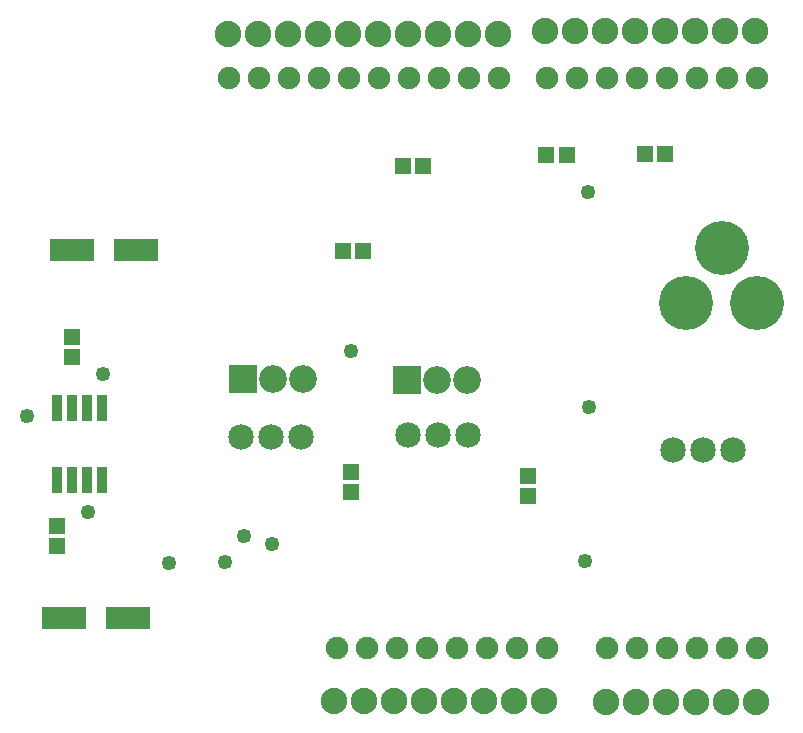
<source format=gts>
G04 MADE WITH FRITZING*
G04 WWW.FRITZING.ORG*
G04 DOUBLE SIDED*
G04 HOLES PLATED*
G04 CONTOUR ON CENTER OF CONTOUR VECTOR*
%ASAXBY*%
%FSLAX23Y23*%
%MOIN*%
%OFA0B0*%
%SFA1.0B1.0*%
%ADD10C,0.075278*%
%ADD11C,0.088000*%
%ADD12C,0.180000*%
%ADD13C,0.092000*%
%ADD14C,0.085000*%
%ADD15C,0.049370*%
%ADD16R,0.092000X0.092000*%
%ADD17R,0.057244X0.053307*%
%ADD18R,0.053307X0.057244*%
%ADD19R,0.036000X0.090000*%
%ADD20R,0.147795X0.072992*%
%LNMASK1*%
G90*
G70*
G54D10*
X2120Y307D03*
X2219Y307D03*
X2320Y307D03*
X2420Y307D03*
X2520Y307D03*
X1659Y2207D03*
X1560Y2207D03*
X1460Y2207D03*
X1360Y2207D03*
X1260Y2207D03*
X1160Y2207D03*
X1060Y2207D03*
X959Y2207D03*
X859Y2207D03*
X759Y2207D03*
X2520Y2207D03*
X2420Y2207D03*
X2320Y2207D03*
X2219Y2207D03*
X2120Y2207D03*
X2020Y2207D03*
X1920Y2207D03*
X1820Y2207D03*
X1220Y307D03*
X1120Y307D03*
X1320Y307D03*
X1420Y307D03*
X1520Y307D03*
X1620Y307D03*
X1719Y307D03*
X1820Y307D03*
X2020Y307D03*
G54D11*
X2516Y127D03*
X2416Y127D03*
X2316Y127D03*
X2216Y127D03*
X2116Y127D03*
X2016Y127D03*
X1809Y133D03*
X1709Y133D03*
X1609Y133D03*
X1509Y133D03*
X1409Y133D03*
X1309Y133D03*
X1209Y133D03*
X1109Y133D03*
X2513Y2365D03*
X2413Y2365D03*
X2313Y2365D03*
X2213Y2365D03*
X2113Y2365D03*
X2013Y2365D03*
X1913Y2365D03*
X1813Y2365D03*
X754Y2355D03*
X854Y2355D03*
X954Y2355D03*
X1054Y2355D03*
X1154Y2355D03*
X1254Y2355D03*
X1354Y2355D03*
X1454Y2355D03*
X1554Y2355D03*
X1654Y2355D03*
G54D12*
X2283Y1458D03*
X2519Y1458D03*
X2401Y1643D03*
X2283Y1458D03*
X2519Y1458D03*
X2401Y1643D03*
G54D13*
X1352Y1203D03*
X1452Y1203D03*
X1552Y1203D03*
X805Y1204D03*
X905Y1204D03*
X1005Y1204D03*
G54D14*
X999Y1012D03*
X899Y1012D03*
X799Y1012D03*
X1554Y1017D03*
X1454Y1017D03*
X1354Y1017D03*
G54D15*
X1960Y1112D03*
X288Y763D03*
X338Y1222D03*
X1164Y1298D03*
X559Y593D03*
X745Y596D03*
X1955Y1828D03*
X903Y656D03*
X1947Y599D03*
X84Y1082D03*
X808Y681D03*
G54D14*
X2439Y969D03*
X2339Y969D03*
X2239Y969D03*
G54D16*
X1352Y1203D03*
X805Y1204D03*
G54D17*
X1339Y1915D03*
X1406Y1915D03*
X1817Y1952D03*
X1884Y1952D03*
X2144Y1955D03*
X2211Y1955D03*
G54D18*
X237Y1278D03*
X237Y1345D03*
X185Y647D03*
X185Y714D03*
X1164Y828D03*
X1164Y895D03*
X1755Y814D03*
X1755Y881D03*
G54D19*
X186Y867D03*
X236Y867D03*
X286Y867D03*
X336Y867D03*
X336Y1109D03*
X286Y1109D03*
X236Y1109D03*
X186Y1109D03*
G54D20*
X236Y1635D03*
X449Y1635D03*
X210Y408D03*
X423Y408D03*
G54D17*
X1140Y1632D03*
X1207Y1632D03*
G04 End of Mask1*
M02*
</source>
